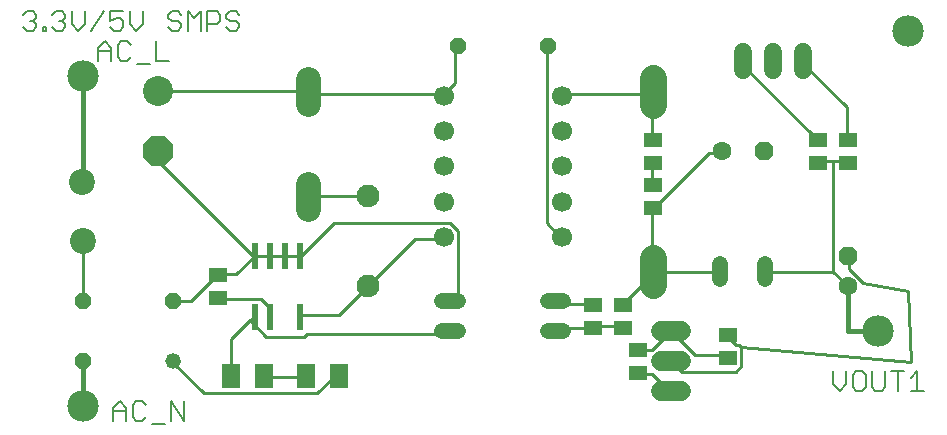
<source format=gbr>
G04 EAGLE Gerber RS-274X export*
G75*
%MOMM*%
%FSLAX34Y34*%
%LPD*%
%INTop Copper*%
%IPPOS*%
%AMOC8*
5,1,8,0,0,1.08239X$1,22.5*%
G01*
%ADD10C,0.152400*%
%ADD11C,1.320800*%
%ADD12P,1.429621X8X112.500000*%
%ADD13C,2.540000*%
%ADD14P,2.749271X8X292.500000*%
%ADD15R,1.500000X1.300000*%
%ADD16P,1.539592X8X202.500000*%
%ADD17P,1.732040X8X22.500000*%
%ADD18C,1.600200*%
%ADD19P,1.732040X8X112.500000*%
%ADD20C,2.095500*%
%ADD21C,1.930400*%
%ADD22C,2.247900*%
%ADD23C,2.200000*%
%ADD24R,0.600000X2.200000*%
%ADD25C,1.524000*%
%ADD26C,1.320800*%
%ADD27R,1.600000X2.000000*%
%ADD28C,1.700000*%
%ADD29C,1.676400*%
%ADD30C,0.254000*%
%ADD31C,2.667000*%
%ADD32C,0.406400*%


D10*
X140462Y356362D02*
X140462Y367209D01*
X145885Y372632D01*
X151309Y367209D01*
X151309Y356362D01*
X151309Y364497D02*
X140462Y364497D01*
X164969Y372632D02*
X167680Y369920D01*
X164969Y372632D02*
X159545Y372632D01*
X156834Y369920D01*
X156834Y359074D01*
X159545Y356362D01*
X164969Y356362D01*
X167680Y359074D01*
X173205Y353650D02*
X184052Y353650D01*
X189577Y356362D02*
X189577Y372632D01*
X200423Y356362D01*
X200423Y372632D01*
X127762Y661162D02*
X127762Y672009D01*
X133185Y677432D01*
X138609Y672009D01*
X138609Y661162D01*
X138609Y669297D02*
X127762Y669297D01*
X152269Y677432D02*
X154980Y674720D01*
X152269Y677432D02*
X146845Y677432D01*
X144134Y674720D01*
X144134Y663874D01*
X146845Y661162D01*
X152269Y661162D01*
X154980Y663874D01*
X160505Y658450D02*
X171352Y658450D01*
X176877Y661162D02*
X176877Y677432D01*
X176877Y661162D02*
X187723Y661162D01*
X750062Y398032D02*
X750062Y387185D01*
X755485Y381762D01*
X760909Y387185D01*
X760909Y398032D01*
X769145Y398032D02*
X774569Y398032D01*
X769145Y398032D02*
X766434Y395320D01*
X766434Y384474D01*
X769145Y381762D01*
X774569Y381762D01*
X777280Y384474D01*
X777280Y395320D01*
X774569Y398032D01*
X782805Y398032D02*
X782805Y384474D01*
X785517Y381762D01*
X790940Y381762D01*
X793652Y384474D01*
X793652Y398032D01*
X804600Y398032D02*
X804600Y381762D01*
X799177Y398032D02*
X810023Y398032D01*
X815548Y392609D02*
X820972Y398032D01*
X820972Y381762D01*
X826395Y381762D02*
X815548Y381762D01*
X66974Y702832D02*
X64262Y700120D01*
X66974Y702832D02*
X72397Y702832D01*
X75109Y700120D01*
X75109Y697409D01*
X72397Y694697D01*
X69685Y694697D01*
X72397Y694697D02*
X75109Y691985D01*
X75109Y689274D01*
X72397Y686562D01*
X66974Y686562D01*
X64262Y689274D01*
X80634Y689274D02*
X80634Y686562D01*
X80634Y689274D02*
X83345Y689274D01*
X83345Y686562D01*
X80634Y686562D01*
X88819Y700120D02*
X91531Y702832D01*
X96954Y702832D01*
X99666Y700120D01*
X99666Y697409D01*
X96954Y694697D01*
X94243Y694697D01*
X96954Y694697D02*
X99666Y691985D01*
X99666Y689274D01*
X96954Y686562D01*
X91531Y686562D01*
X88819Y689274D01*
X105191Y691985D02*
X105191Y702832D01*
X105191Y691985D02*
X110614Y686562D01*
X116038Y691985D01*
X116038Y702832D01*
X132409Y702832D02*
X121562Y686562D01*
X137934Y702832D02*
X148781Y702832D01*
X137934Y702832D02*
X137934Y694697D01*
X143357Y697409D01*
X146069Y697409D01*
X148781Y694697D01*
X148781Y689274D01*
X146069Y686562D01*
X140646Y686562D01*
X137934Y689274D01*
X154306Y691985D02*
X154306Y702832D01*
X154306Y691985D02*
X159729Y686562D01*
X165152Y691985D01*
X165152Y702832D01*
X195184Y702832D02*
X197895Y700120D01*
X195184Y702832D02*
X189760Y702832D01*
X187049Y700120D01*
X187049Y697409D01*
X189760Y694697D01*
X195184Y694697D01*
X197895Y691985D01*
X197895Y689274D01*
X195184Y686562D01*
X189760Y686562D01*
X187049Y689274D01*
X203420Y686562D02*
X203420Y702832D01*
X208844Y697409D01*
X214267Y702832D01*
X214267Y686562D01*
X219792Y686562D02*
X219792Y702832D01*
X227927Y702832D01*
X230638Y700120D01*
X230638Y694697D01*
X227927Y691985D01*
X219792Y691985D01*
X244298Y702832D02*
X247010Y700120D01*
X244298Y702832D02*
X238875Y702832D01*
X236163Y700120D01*
X236163Y697409D01*
X238875Y694697D01*
X244298Y694697D01*
X247010Y691985D01*
X247010Y689274D01*
X244298Y686562D01*
X238875Y686562D01*
X236163Y689274D01*
D11*
X190500Y406400D03*
D12*
X190500Y457200D03*
X114300Y457200D03*
X114300Y406400D03*
D13*
X177800Y635000D03*
D14*
X177800Y584200D03*
D15*
X228600Y460400D03*
X228600Y479400D03*
D16*
X508000Y673100D03*
X431800Y673100D03*
D15*
X584200Y396900D03*
X584200Y415900D03*
X596900Y555600D03*
X596900Y536600D03*
D17*
X690880Y584200D03*
D18*
X655320Y584200D03*
D19*
X762000Y495300D03*
D18*
X762000Y469900D03*
D20*
X304800Y624523D02*
X304800Y645478D01*
X304800Y556578D02*
X304800Y535623D01*
D21*
X355600Y469900D03*
X355600Y546100D03*
D22*
X596900Y623761D02*
X596900Y646240D01*
X596900Y493840D02*
X596900Y471361D01*
D23*
X114200Y558600D03*
X114500Y508300D03*
D24*
X273050Y443900D03*
X273050Y495900D03*
X260350Y443900D03*
X298450Y443900D03*
X260350Y495900D03*
X285750Y495900D03*
X298450Y495900D03*
D25*
X673100Y652780D02*
X673100Y668020D01*
X698500Y668020D02*
X698500Y652780D01*
X723900Y652780D02*
X723900Y668020D01*
D26*
X654050Y489204D02*
X654050Y475996D01*
X692150Y475996D02*
X692150Y489204D01*
X521208Y431800D02*
X508000Y431800D01*
X508000Y457200D02*
X521208Y457200D01*
X431800Y457200D02*
X418592Y457200D01*
X418592Y431800D02*
X431800Y431800D01*
D27*
X331500Y393700D03*
X303500Y393700D03*
X268000Y393700D03*
X240000Y393700D03*
D15*
X762000Y593700D03*
X762000Y574700D03*
X736600Y593700D03*
X736600Y574700D03*
X660400Y428600D03*
X660400Y409600D03*
X546100Y454000D03*
X546100Y435000D03*
X571500Y435000D03*
X571500Y454000D03*
X596900Y593700D03*
X596900Y574700D03*
D28*
X419900Y631500D03*
X419900Y601500D03*
X419900Y571500D03*
X419900Y541500D03*
X419900Y511500D03*
X519900Y511500D03*
X519900Y541500D03*
X519900Y571500D03*
X519900Y601500D03*
X519900Y631500D03*
D29*
X604393Y431800D02*
X621157Y431800D01*
X621157Y406400D02*
X604393Y406400D01*
X604393Y381000D02*
X621157Y381000D01*
D30*
X331470Y393192D02*
X326898Y393192D01*
X313182Y379476D01*
X217170Y379476D01*
X192024Y404622D01*
X331500Y393700D02*
X331470Y393192D01*
X192024Y404622D02*
X190500Y406400D01*
X429768Y642366D02*
X429768Y672084D01*
X429768Y642366D02*
X420624Y633222D01*
X429768Y672084D02*
X431800Y673100D01*
X420624Y633222D02*
X419900Y631500D01*
X418338Y633222D02*
X306324Y633222D01*
X304800Y635000D01*
X418338Y633222D02*
X419900Y631500D01*
X304038Y635508D02*
X178308Y635508D01*
X177800Y635000D01*
X304038Y635508D02*
X304800Y635000D01*
X285750Y496062D02*
X274320Y496062D01*
X273050Y495900D01*
X285750Y496062D02*
X297180Y496062D01*
X298450Y495900D01*
X285750Y495900D02*
X285750Y496062D01*
X432054Y516636D02*
X432054Y457200D01*
X432054Y516636D02*
X425196Y523494D01*
X326898Y523494D01*
X299466Y496062D01*
X431800Y457200D02*
X432054Y457200D01*
X299466Y496062D02*
X298450Y495900D01*
X244602Y480060D02*
X228600Y480060D01*
X244602Y480060D02*
X258318Y493776D01*
X260350Y495900D01*
X205740Y457200D02*
X190500Y457200D01*
X205740Y457200D02*
X228600Y480060D01*
X228600Y479400D01*
X178308Y576072D02*
X178308Y582930D01*
X178308Y576072D02*
X258318Y496062D01*
X178308Y582930D02*
X177800Y584200D01*
X258318Y496062D02*
X260350Y495900D01*
X260604Y496062D02*
X272034Y496062D01*
X273050Y495900D01*
X260604Y496062D02*
X260350Y495900D01*
X265176Y459486D02*
X228600Y459486D01*
X265176Y459486D02*
X272034Y452628D01*
X272034Y445770D01*
X228600Y459486D02*
X228600Y460400D01*
X272034Y445770D02*
X273050Y443900D01*
X299466Y445770D02*
X331470Y445770D01*
X355600Y469900D01*
X299466Y445770D02*
X298450Y443900D01*
X395478Y509778D02*
X418338Y509778D01*
X395478Y509778D02*
X355600Y469900D01*
X418338Y509778D02*
X419900Y511500D01*
X301752Y393192D02*
X269748Y393192D01*
X268000Y393700D01*
X301752Y393192D02*
X303500Y393700D01*
X546354Y436626D02*
X571500Y436626D01*
X546354Y436626D02*
X546100Y435000D01*
X571500Y435000D02*
X571500Y436626D01*
X544068Y434340D02*
X512064Y434340D01*
X509778Y432054D01*
X544068Y434340D02*
X546100Y435000D01*
X509778Y432054D02*
X508000Y431800D01*
X596646Y594360D02*
X596646Y633222D01*
X596646Y594360D02*
X596900Y593700D01*
X596646Y633222D02*
X521208Y633222D01*
X519900Y631500D01*
X596646Y633222D02*
X596900Y635000D01*
X660654Y427482D02*
X667512Y420624D01*
X669798Y420624D01*
X672084Y418338D01*
X672084Y402336D01*
X667512Y397764D01*
X621792Y397764D01*
X614934Y404622D01*
X660654Y427482D02*
X660400Y428600D01*
X614934Y404622D02*
X612775Y406400D01*
X507492Y523494D02*
X507492Y672084D01*
X507492Y523494D02*
X518922Y512064D01*
X507492Y672084D02*
X508000Y673100D01*
X518922Y512064D02*
X519900Y511500D01*
X763524Y493776D02*
X763524Y484632D01*
X774954Y473202D01*
X813054Y466344D01*
X815848Y405638D01*
X672084Y418338D01*
X762000Y495300D02*
X763524Y493776D01*
X240030Y425196D02*
X240030Y395478D01*
X256032Y441198D02*
X258318Y443484D01*
X256032Y441198D02*
X240030Y425196D01*
X240030Y395478D02*
X240000Y393700D01*
X258318Y443484D02*
X260350Y443900D01*
X304038Y429768D02*
X429768Y429768D01*
X304038Y429768D02*
X301752Y427482D01*
X269748Y427482D01*
X256032Y441198D01*
X429768Y429768D02*
X431800Y431800D01*
X512064Y454914D02*
X544068Y454914D01*
X512064Y454914D02*
X509778Y457200D01*
X544068Y454914D02*
X546100Y454000D01*
X509778Y457200D02*
X508000Y457200D01*
X585216Y395478D02*
X596646Y395478D01*
X612648Y379476D01*
X585216Y395478D02*
X584200Y396900D01*
X612775Y381000D02*
X612648Y379476D01*
X571500Y454914D02*
X598932Y482346D01*
X571500Y454914D02*
X571500Y454000D01*
X596646Y484632D02*
X596646Y534924D01*
X596900Y536600D01*
X596646Y484632D02*
X596900Y482600D01*
X598932Y482346D02*
X653796Y482346D01*
X654050Y482600D01*
X598932Y482346D02*
X596900Y482600D01*
X644652Y582930D02*
X653796Y582930D01*
X644652Y582930D02*
X598932Y537210D01*
X653796Y582930D02*
X655320Y584200D01*
X598932Y537210D02*
X596900Y536600D01*
X596646Y557784D02*
X596646Y573786D01*
X596646Y557784D02*
X596900Y555600D01*
X596646Y573786D02*
X596900Y574700D01*
X749808Y576072D02*
X761238Y576072D01*
X749808Y576072D02*
X738378Y576072D01*
X736600Y574700D01*
X761238Y576072D02*
X762000Y574700D01*
X749808Y576072D02*
X749808Y482346D01*
X761238Y470916D01*
X762000Y469900D01*
X749808Y482346D02*
X692658Y482346D01*
X692150Y482600D01*
D31*
X787400Y431800D03*
D32*
X762000Y431800D02*
X762000Y469900D01*
X762000Y431800D02*
X787400Y431800D01*
D31*
X812800Y685800D03*
D30*
X596646Y416052D02*
X585216Y416052D01*
X596646Y416052D02*
X612648Y432054D01*
X585216Y416052D02*
X584200Y415900D01*
X612775Y431800D02*
X612648Y432054D01*
X633222Y411480D02*
X658368Y411480D01*
X633222Y411480D02*
X614934Y429768D01*
X658368Y411480D02*
X660400Y409600D01*
X614934Y429768D02*
X612775Y431800D01*
X114300Y457200D02*
X114300Y507492D01*
X114500Y508300D01*
D31*
X114300Y368300D03*
D32*
X114300Y406400D01*
D30*
X306324Y546354D02*
X354330Y546354D01*
X355600Y546100D01*
X306324Y546354D02*
X304800Y546100D01*
X672084Y658368D02*
X736092Y594360D01*
X736600Y593700D01*
X672084Y658368D02*
X673100Y660400D01*
X761238Y621792D02*
X761238Y594360D01*
X761238Y621792D02*
X724662Y658368D01*
X761238Y594360D02*
X762000Y593700D01*
X724662Y658368D02*
X723900Y660400D01*
D32*
X114300Y647700D02*
X114300Y558800D01*
D31*
X114300Y647700D03*
M02*

</source>
